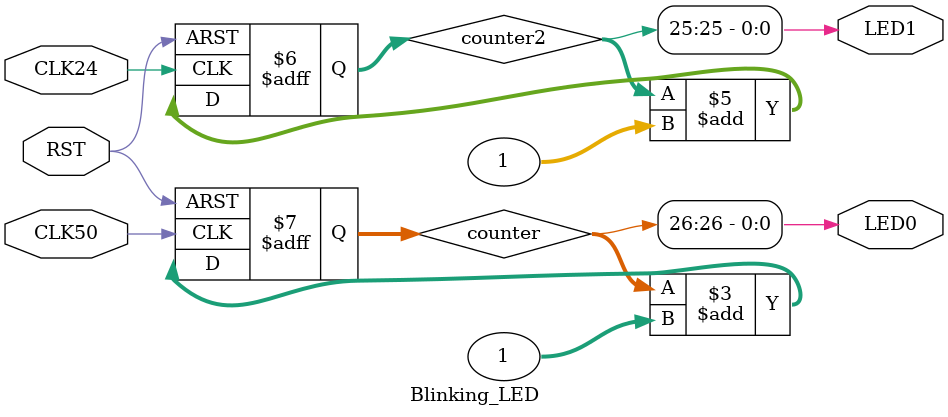
<source format=v>

module Blinking_LED
(
output wire LED0,
output wire LED1,
input wire CLK50,
input wire CLK24,
input wire RST
);
	
	reg[31:0] counter;
	reg[31:0] counter2;
	
	wire nRST = !RST;
	
	always@(posedge CLK50 or posedge nRST)
		if(nRST)
			counter = 0;
		else
			counter = counter + 1;
	
		always@(posedge CLK24 or posedge nRST)
		if(nRST)
			counter2 = 0;
		else
			counter2 = counter2 + 1;
	
	assign LED0 = counter[26];
	assign LED1 = counter2[25];
	
endmodule

</source>
